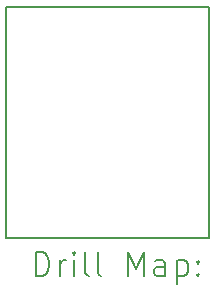
<source format=gbr>
%TF.GenerationSoftware,KiCad,Pcbnew,8.0.7*%
%TF.CreationDate,2025-04-29T18:30:39-03:00*%
%TF.ProjectId,ads_headstage_board_v4,6164735f-6865-4616-9473-746167655f62,rev?*%
%TF.SameCoordinates,Original*%
%TF.FileFunction,Drillmap*%
%TF.FilePolarity,Positive*%
%FSLAX45Y45*%
G04 Gerber Fmt 4.5, Leading zero omitted, Abs format (unit mm)*
G04 Created by KiCad (PCBNEW 8.0.7) date 2025-04-29 18:30:39*
%MOMM*%
%LPD*%
G01*
G04 APERTURE LIST*
%ADD10C,0.150000*%
%ADD11C,0.200000*%
G04 APERTURE END LIST*
D10*
X12250000Y-9075000D02*
X12305000Y-9075000D01*
X12250000Y-11030000D02*
X12250000Y-9075000D01*
X12255000Y-11030000D02*
X12250000Y-11030000D01*
X13970000Y-11030000D02*
X12255000Y-11030000D01*
X13970000Y-11025000D02*
X13970000Y-11030000D01*
X13970000Y-11020000D02*
X13970000Y-11025000D01*
X13970000Y-11010000D02*
X13970000Y-11020000D01*
X13970000Y-9075000D02*
X13970000Y-11010000D01*
X13960000Y-9075000D02*
X13970000Y-9075000D01*
X12305000Y-9075000D02*
X13960000Y-9075000D01*
D11*
X12503277Y-11348984D02*
X12503277Y-11148984D01*
X12503277Y-11148984D02*
X12550896Y-11148984D01*
X12550896Y-11148984D02*
X12579467Y-11158508D01*
X12579467Y-11158508D02*
X12598515Y-11177555D01*
X12598515Y-11177555D02*
X12608039Y-11196603D01*
X12608039Y-11196603D02*
X12617562Y-11234698D01*
X12617562Y-11234698D02*
X12617562Y-11263269D01*
X12617562Y-11263269D02*
X12608039Y-11301365D01*
X12608039Y-11301365D02*
X12598515Y-11320412D01*
X12598515Y-11320412D02*
X12579467Y-11339460D01*
X12579467Y-11339460D02*
X12550896Y-11348984D01*
X12550896Y-11348984D02*
X12503277Y-11348984D01*
X12703277Y-11348984D02*
X12703277Y-11215650D01*
X12703277Y-11253746D02*
X12712801Y-11234698D01*
X12712801Y-11234698D02*
X12722324Y-11225174D01*
X12722324Y-11225174D02*
X12741372Y-11215650D01*
X12741372Y-11215650D02*
X12760420Y-11215650D01*
X12827086Y-11348984D02*
X12827086Y-11215650D01*
X12827086Y-11148984D02*
X12817562Y-11158508D01*
X12817562Y-11158508D02*
X12827086Y-11168031D01*
X12827086Y-11168031D02*
X12836610Y-11158508D01*
X12836610Y-11158508D02*
X12827086Y-11148984D01*
X12827086Y-11148984D02*
X12827086Y-11168031D01*
X12950896Y-11348984D02*
X12931848Y-11339460D01*
X12931848Y-11339460D02*
X12922324Y-11320412D01*
X12922324Y-11320412D02*
X12922324Y-11148984D01*
X13055658Y-11348984D02*
X13036610Y-11339460D01*
X13036610Y-11339460D02*
X13027086Y-11320412D01*
X13027086Y-11320412D02*
X13027086Y-11148984D01*
X13284229Y-11348984D02*
X13284229Y-11148984D01*
X13284229Y-11148984D02*
X13350896Y-11291841D01*
X13350896Y-11291841D02*
X13417562Y-11148984D01*
X13417562Y-11148984D02*
X13417562Y-11348984D01*
X13598515Y-11348984D02*
X13598515Y-11244222D01*
X13598515Y-11244222D02*
X13588991Y-11225174D01*
X13588991Y-11225174D02*
X13569943Y-11215650D01*
X13569943Y-11215650D02*
X13531848Y-11215650D01*
X13531848Y-11215650D02*
X13512801Y-11225174D01*
X13598515Y-11339460D02*
X13579467Y-11348984D01*
X13579467Y-11348984D02*
X13531848Y-11348984D01*
X13531848Y-11348984D02*
X13512801Y-11339460D01*
X13512801Y-11339460D02*
X13503277Y-11320412D01*
X13503277Y-11320412D02*
X13503277Y-11301365D01*
X13503277Y-11301365D02*
X13512801Y-11282317D01*
X13512801Y-11282317D02*
X13531848Y-11272793D01*
X13531848Y-11272793D02*
X13579467Y-11272793D01*
X13579467Y-11272793D02*
X13598515Y-11263269D01*
X13693753Y-11215650D02*
X13693753Y-11415650D01*
X13693753Y-11225174D02*
X13712801Y-11215650D01*
X13712801Y-11215650D02*
X13750896Y-11215650D01*
X13750896Y-11215650D02*
X13769943Y-11225174D01*
X13769943Y-11225174D02*
X13779467Y-11234698D01*
X13779467Y-11234698D02*
X13788991Y-11253746D01*
X13788991Y-11253746D02*
X13788991Y-11310888D01*
X13788991Y-11310888D02*
X13779467Y-11329936D01*
X13779467Y-11329936D02*
X13769943Y-11339460D01*
X13769943Y-11339460D02*
X13750896Y-11348984D01*
X13750896Y-11348984D02*
X13712801Y-11348984D01*
X13712801Y-11348984D02*
X13693753Y-11339460D01*
X13874705Y-11329936D02*
X13884229Y-11339460D01*
X13884229Y-11339460D02*
X13874705Y-11348984D01*
X13874705Y-11348984D02*
X13865182Y-11339460D01*
X13865182Y-11339460D02*
X13874705Y-11329936D01*
X13874705Y-11329936D02*
X13874705Y-11348984D01*
X13874705Y-11225174D02*
X13884229Y-11234698D01*
X13884229Y-11234698D02*
X13874705Y-11244222D01*
X13874705Y-11244222D02*
X13865182Y-11234698D01*
X13865182Y-11234698D02*
X13874705Y-11225174D01*
X13874705Y-11225174D02*
X13874705Y-11244222D01*
M02*

</source>
